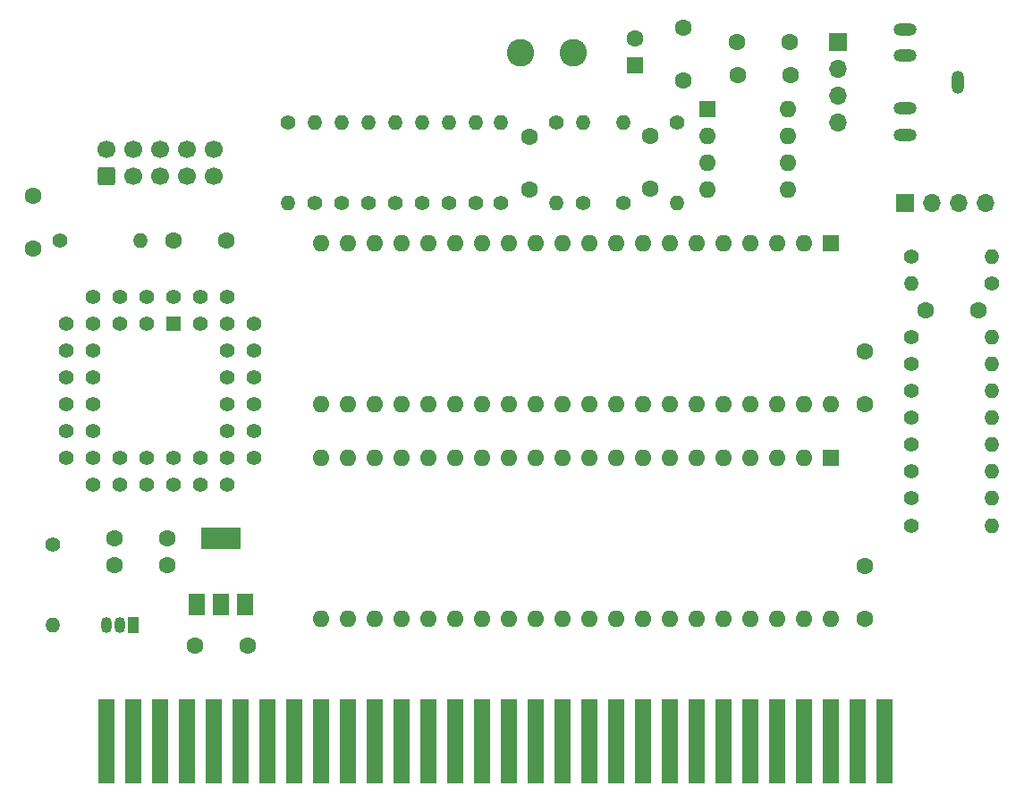
<source format=gts>
%TF.GenerationSoftware,KiCad,Pcbnew,(6.0.8)*%
%TF.CreationDate,2022-11-06T06:38:11+07:00*%
%TF.ProjectId,TS_Ext_EPM3032,54535f45-7874-45f4-9550-4d333033322e,1.2*%
%TF.SameCoordinates,Original*%
%TF.FileFunction,Soldermask,Top*%
%TF.FilePolarity,Negative*%
%FSLAX46Y46*%
G04 Gerber Fmt 4.6, Leading zero omitted, Abs format (unit mm)*
G04 Created by KiCad (PCBNEW (6.0.8)) date 2022-11-06 06:38:11*
%MOMM*%
%LPD*%
G01*
G04 APERTURE LIST*
G04 Aperture macros list*
%AMRoundRect*
0 Rectangle with rounded corners*
0 $1 Rounding radius*
0 $2 $3 $4 $5 $6 $7 $8 $9 X,Y pos of 4 corners*
0 Add a 4 corners polygon primitive as box body*
4,1,4,$2,$3,$4,$5,$6,$7,$8,$9,$2,$3,0*
0 Add four circle primitives for the rounded corners*
1,1,$1+$1,$2,$3*
1,1,$1+$1,$4,$5*
1,1,$1+$1,$6,$7*
1,1,$1+$1,$8,$9*
0 Add four rect primitives between the rounded corners*
20,1,$1+$1,$2,$3,$4,$5,0*
20,1,$1+$1,$4,$5,$6,$7,0*
20,1,$1+$1,$6,$7,$8,$9,0*
20,1,$1+$1,$8,$9,$2,$3,0*%
G04 Aperture macros list end*
%ADD10R,1.600000X1.600000*%
%ADD11O,1.600000X1.600000*%
%ADD12C,1.600000*%
%ADD13R,1.050000X1.500000*%
%ADD14O,1.050000X1.500000*%
%ADD15C,1.400000*%
%ADD16O,1.400000X1.400000*%
%ADD17R,1.600000X8.000000*%
%ADD18R,1.422400X1.422400*%
%ADD19C,1.422400*%
%ADD20O,2.200000X1.200000*%
%ADD21O,1.200000X2.200000*%
%ADD22RoundRect,0.250000X0.600000X-0.600000X0.600000X0.600000X-0.600000X0.600000X-0.600000X-0.600000X0*%
%ADD23C,1.700000*%
%ADD24C,2.600000*%
%ADD25R,1.700000X1.700000*%
%ADD26O,1.700000X1.700000*%
%ADD27R,1.500000X2.000000*%
%ADD28R,3.800000X2.000000*%
G04 APERTURE END LIST*
D10*
%TO.C,U4*%
X105410000Y-68580000D03*
D11*
X102870000Y-68580000D03*
X100330000Y-68580000D03*
X97790000Y-68580000D03*
X95250000Y-68580000D03*
X92710000Y-68580000D03*
X90170000Y-68580000D03*
X87630000Y-68580000D03*
X85090000Y-68580000D03*
X82550000Y-68580000D03*
X80010000Y-68580000D03*
X77470000Y-68580000D03*
X74930000Y-68580000D03*
X72390000Y-68580000D03*
X69850000Y-68580000D03*
X67310000Y-68580000D03*
X64770000Y-68580000D03*
X62230000Y-68580000D03*
X59690000Y-68580000D03*
X57150000Y-68580000D03*
X57150000Y-83820000D03*
X59690000Y-83820000D03*
X62230000Y-83820000D03*
X64770000Y-83820000D03*
X67310000Y-83820000D03*
X69850000Y-83820000D03*
X72390000Y-83820000D03*
X74930000Y-83820000D03*
X77470000Y-83820000D03*
X80010000Y-83820000D03*
X82550000Y-83820000D03*
X85090000Y-83820000D03*
X87630000Y-83820000D03*
X90170000Y-83820000D03*
X92710000Y-83820000D03*
X95250000Y-83820000D03*
X97790000Y-83820000D03*
X100330000Y-83820000D03*
X102870000Y-83820000D03*
X105410000Y-83820000D03*
%TD*%
D10*
%TO.C,U3*%
X105410000Y-48260000D03*
D11*
X102870000Y-48260000D03*
X100330000Y-48260000D03*
X97790000Y-48260000D03*
X95250000Y-48260000D03*
X92710000Y-48260000D03*
X90170000Y-48260000D03*
X87630000Y-48260000D03*
X85090000Y-48260000D03*
X82550000Y-48260000D03*
X80010000Y-48260000D03*
X77470000Y-48260000D03*
X74930000Y-48260000D03*
X72390000Y-48260000D03*
X69850000Y-48260000D03*
X67310000Y-48260000D03*
X64770000Y-48260000D03*
X62230000Y-48260000D03*
X59690000Y-48260000D03*
X57150000Y-48260000D03*
X57150000Y-63500000D03*
X59690000Y-63500000D03*
X62230000Y-63500000D03*
X64770000Y-63500000D03*
X67310000Y-63500000D03*
X69850000Y-63500000D03*
X72390000Y-63500000D03*
X74930000Y-63500000D03*
X77470000Y-63500000D03*
X80010000Y-63500000D03*
X82550000Y-63500000D03*
X85090000Y-63500000D03*
X87630000Y-63500000D03*
X90170000Y-63500000D03*
X92710000Y-63500000D03*
X95250000Y-63500000D03*
X97790000Y-63500000D03*
X100330000Y-63500000D03*
X102870000Y-63500000D03*
X105410000Y-63500000D03*
%TD*%
D12*
%TO.C,C4*%
X108585000Y-78820000D03*
X108585000Y-83820000D03*
%TD*%
D13*
%TO.C,Q1*%
X39370000Y-84455000D03*
D14*
X38100000Y-84455000D03*
X36830000Y-84455000D03*
%TD*%
D15*
%TO.C,R21*%
X90805000Y-36830000D03*
D16*
X90805000Y-44450000D03*
%TD*%
D17*
%TO.C,J3*%
X36830000Y-95478600D03*
X39370000Y-95478600D03*
X41910000Y-95478600D03*
X44450000Y-95478600D03*
X46990000Y-95478600D03*
X49530000Y-95478600D03*
X52070000Y-95478600D03*
X54610000Y-95478600D03*
X57150000Y-95478600D03*
X59690000Y-95478600D03*
X62230000Y-95478600D03*
X64770000Y-95478600D03*
X67310000Y-95478600D03*
X69850000Y-95478600D03*
X72390000Y-95478600D03*
X74930000Y-95478600D03*
X77470000Y-95478600D03*
X80010000Y-95478600D03*
X82550000Y-95478600D03*
X85090000Y-95478600D03*
X87630000Y-95478600D03*
X90170000Y-95478600D03*
X92710000Y-95478600D03*
X95250000Y-95478600D03*
X97790000Y-95478600D03*
X100330000Y-95478600D03*
X102870000Y-95478600D03*
X105410000Y-95478600D03*
X107950000Y-95478600D03*
X110490000Y-95478600D03*
%TD*%
D15*
%TO.C,R2*%
X53975000Y-36830000D03*
D16*
X53975000Y-44450000D03*
%TD*%
D15*
%TO.C,R16*%
X113030000Y-72390000D03*
D16*
X120650000Y-72390000D03*
%TD*%
D18*
%TO.C,U1*%
X43180000Y-55880000D03*
D19*
X40640000Y-53340000D03*
X40640000Y-55880000D03*
X38100000Y-53340000D03*
X38100000Y-55880000D03*
X35560000Y-53340000D03*
X33020000Y-55880000D03*
X35560000Y-55880000D03*
X33020000Y-58420000D03*
X35560000Y-58420000D03*
X33020000Y-60960000D03*
X35560000Y-60960000D03*
X33020000Y-63500000D03*
X35560000Y-63500000D03*
X33020000Y-66040000D03*
X35560000Y-66040000D03*
X33020000Y-68580000D03*
X35560000Y-71120000D03*
X35560000Y-68580000D03*
X38100000Y-71120000D03*
X38100000Y-68580000D03*
X40640000Y-71120000D03*
X40640000Y-68580000D03*
X43180000Y-71120000D03*
X43180000Y-68580000D03*
X45720000Y-71120000D03*
X45720000Y-68580000D03*
X48260000Y-71120000D03*
X50800000Y-68580000D03*
X48260000Y-68580000D03*
X50800000Y-66040000D03*
X48260000Y-66040000D03*
X50800000Y-63500000D03*
X48260000Y-63500000D03*
X50800000Y-60960000D03*
X48260000Y-60960000D03*
X50800000Y-58420000D03*
X48260000Y-58420000D03*
X50800000Y-55880000D03*
X48260000Y-53340000D03*
X48260000Y-55880000D03*
X45720000Y-53340000D03*
X45720000Y-55880000D03*
X43180000Y-53340000D03*
%TD*%
D15*
%TO.C,R22*%
X85725000Y-44450000D03*
D16*
X85725000Y-36830000D03*
%TD*%
D12*
%TO.C,C8*%
X29845000Y-48815000D03*
X29845000Y-43815000D03*
%TD*%
D15*
%TO.C,R25*%
X31750000Y-76835000D03*
D16*
X31750000Y-84455000D03*
%TD*%
D10*
%TO.C,U5*%
X93726000Y-35560000D03*
D11*
X93726000Y-38100000D03*
X93726000Y-40640000D03*
X93726000Y-43180000D03*
X101346000Y-43180000D03*
X101346000Y-40640000D03*
X101346000Y-38100000D03*
X101346000Y-35560000D03*
%TD*%
D20*
%TO.C,J5*%
X112420000Y-30520000D03*
X112420000Y-28020000D03*
D21*
X117420000Y-33020000D03*
D20*
X112420000Y-35520000D03*
X112420000Y-38020000D03*
%TD*%
D22*
%TO.C,J1*%
X36830000Y-41910000D03*
D23*
X36830000Y-39370000D03*
X39370000Y-41910000D03*
X39370000Y-39370000D03*
X41910000Y-41910000D03*
X41910000Y-39370000D03*
X44450000Y-41910000D03*
X44450000Y-39370000D03*
X46990000Y-41910000D03*
X46990000Y-39370000D03*
%TD*%
D15*
%TO.C,R24*%
X113030000Y-49530000D03*
D16*
X120650000Y-49530000D03*
%TD*%
D24*
%TO.C,L1*%
X81026000Y-30226000D03*
X76026000Y-30226000D03*
%TD*%
D15*
%TO.C,R11*%
X113030000Y-59690000D03*
D16*
X120650000Y-59690000D03*
%TD*%
D25*
%TO.C,J4*%
X106045000Y-29220000D03*
D26*
X106045000Y-31760000D03*
X106045000Y-34300000D03*
X106045000Y-36840000D03*
%TD*%
D12*
%TO.C,C5*%
X50165000Y-86360000D03*
X45165000Y-86360000D03*
%TD*%
D10*
%TO.C,C1*%
X86868000Y-31431113D03*
D12*
X86868000Y-28931113D03*
%TD*%
D15*
%TO.C,R8*%
X71755000Y-44450000D03*
D16*
X71755000Y-36830000D03*
%TD*%
D15*
%TO.C,R12*%
X113030000Y-62230000D03*
D16*
X120650000Y-62230000D03*
%TD*%
D15*
%TO.C,R13*%
X113030000Y-64770000D03*
D16*
X120650000Y-64770000D03*
%TD*%
D12*
%TO.C,C6*%
X42545000Y-78740000D03*
X37545000Y-78740000D03*
%TD*%
%TO.C,C9*%
X42545000Y-76200000D03*
X37545000Y-76200000D03*
%TD*%
D15*
%TO.C,R18*%
X56515000Y-44450000D03*
D16*
X56515000Y-36830000D03*
%TD*%
D15*
%TO.C,R15*%
X113030000Y-69850000D03*
D16*
X120650000Y-69850000D03*
%TD*%
D12*
%TO.C,C7*%
X43180000Y-48006000D03*
X48180000Y-48006000D03*
%TD*%
D27*
%TO.C,U2*%
X45325000Y-82525000D03*
D28*
X47625000Y-76225000D03*
D27*
X47625000Y-82525000D03*
X49925000Y-82525000D03*
%TD*%
D12*
%TO.C,C12*%
X88265000Y-38100000D03*
X88265000Y-43100000D03*
%TD*%
D15*
%TO.C,R9*%
X74168000Y-44450000D03*
D16*
X74168000Y-36830000D03*
%TD*%
D15*
%TO.C,R7*%
X69215000Y-44450000D03*
D16*
X69215000Y-36830000D03*
%TD*%
D15*
%TO.C,R6*%
X66675000Y-44450000D03*
D16*
X66675000Y-36830000D03*
%TD*%
D12*
%TO.C,C2*%
X91440000Y-32893000D03*
X91440000Y-27893000D03*
%TD*%
%TO.C,C11*%
X119380000Y-54610000D03*
X114380000Y-54610000D03*
%TD*%
D15*
%TO.C,R14*%
X113030000Y-67310000D03*
D16*
X120650000Y-67310000D03*
%TD*%
D15*
%TO.C,R4*%
X61595000Y-44450000D03*
D16*
X61595000Y-36830000D03*
%TD*%
D12*
%TO.C,C3*%
X108585000Y-63500000D03*
X108585000Y-58500000D03*
%TD*%
D15*
%TO.C,R23*%
X81915000Y-44450000D03*
D16*
X81915000Y-36830000D03*
%TD*%
D15*
%TO.C,R10*%
X113030000Y-57150000D03*
D16*
X120650000Y-57150000D03*
%TD*%
D12*
%TO.C,C13*%
X96520000Y-29210000D03*
X101520000Y-29210000D03*
%TD*%
D25*
%TO.C,J2*%
X112395000Y-44450000D03*
D26*
X114935000Y-44450000D03*
X117475000Y-44450000D03*
X120015000Y-44450000D03*
%TD*%
D15*
%TO.C,R3*%
X59055000Y-44450000D03*
D16*
X59055000Y-36830000D03*
%TD*%
D15*
%TO.C,R17*%
X113030000Y-75057000D03*
D16*
X120650000Y-75057000D03*
%TD*%
D15*
%TO.C,R1*%
X32385000Y-48006000D03*
D16*
X40005000Y-48006000D03*
%TD*%
D12*
%TO.C,C14*%
X101600000Y-32385000D03*
X96600000Y-32385000D03*
%TD*%
D15*
%TO.C,R5*%
X64135000Y-44450000D03*
D16*
X64135000Y-36830000D03*
%TD*%
D15*
%TO.C,R20*%
X120650000Y-52070000D03*
D16*
X113030000Y-52070000D03*
%TD*%
D15*
%TO.C,R19*%
X79375000Y-36830000D03*
D16*
X79375000Y-44450000D03*
%TD*%
D12*
%TO.C,C10*%
X76835000Y-43180000D03*
X76835000Y-38180000D03*
%TD*%
M02*

</source>
